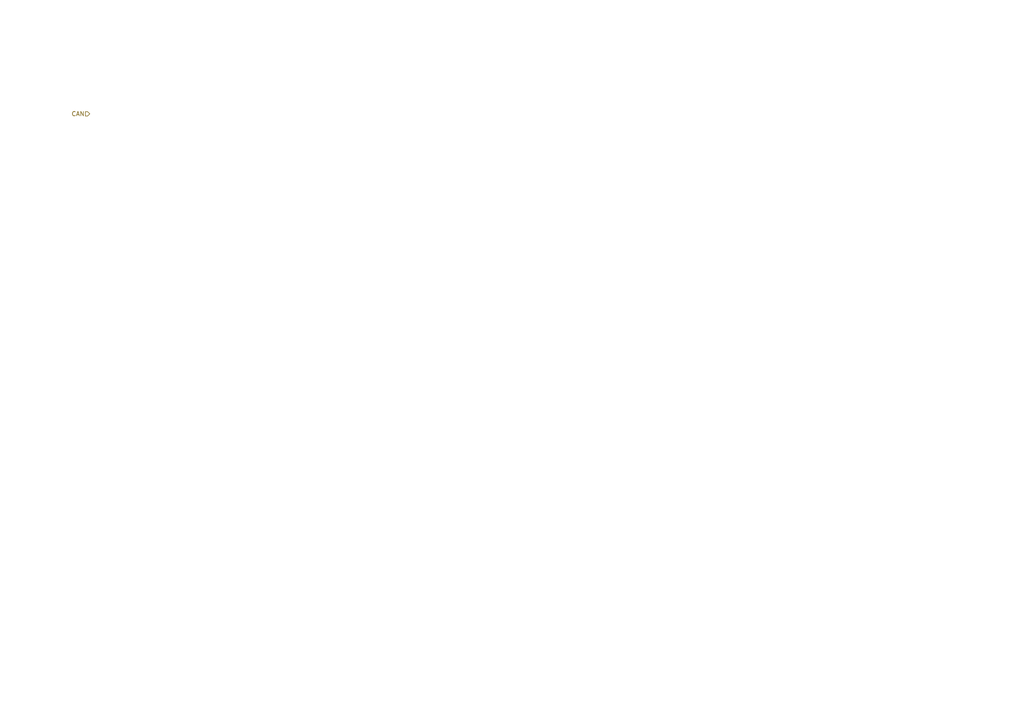
<source format=kicad_sch>
(kicad_sch (version 20211123) (generator eeschema)
  (paper "A4")
  (lib_symbols)
  (hierarchical_label "CAN" (shape input) (at 26.035 33.02 180))
)
</source>
